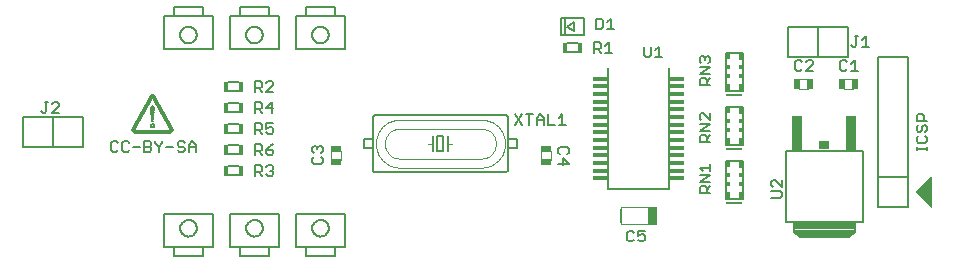
<source format=gto>
G75*
G70*
%OFA0B0*%
%FSLAX24Y24*%
%IPPOS*%
%LPD*%
%AMOC8*
5,1,8,0,0,1.08239X$1,22.5*
%
%ADD10C,0.0050*%
%ADD11R,0.0197X0.0374*%
%ADD12R,0.0197X0.0374*%
%ADD13C,0.0040*%
%ADD14C,0.0080*%
%ADD15R,0.0510X0.0140*%
%ADD16C,0.0020*%
%ADD17C,0.0060*%
%ADD18R,0.0374X0.0197*%
%ADD19R,0.0374X0.0197*%
%ADD20R,0.0079X0.0472*%
%ADD21R,0.0256X0.0591*%
%ADD22R,0.0160X0.0340*%
%ADD23C,0.0000*%
%ADD24C,0.0001*%
%ADD25R,0.0118X0.0236*%
%ADD26R,0.0118X0.0157*%
%ADD27R,0.0118X0.0197*%
%ADD28R,0.0551X0.0039*%
%ADD29R,0.0551X0.0079*%
%ADD30R,0.0039X0.0079*%
%ADD31R,0.0340X0.1140*%
%ADD32R,0.0340X0.0300*%
%ADD33C,0.0079*%
%ADD34R,0.0079X0.0551*%
%ADD35C,0.0120*%
D10*
X005334Y000431D02*
X005669Y000431D01*
X005669Y000136D01*
X006653Y000136D01*
X006653Y000431D01*
X006988Y000431D01*
X006988Y001533D01*
X005334Y001533D01*
X005334Y000431D01*
X005669Y000431D02*
X006653Y000431D01*
X007534Y000431D02*
X007869Y000431D01*
X007869Y000136D01*
X008853Y000136D01*
X008853Y000431D01*
X009188Y000431D01*
X009188Y001533D01*
X007534Y001533D01*
X007534Y000431D01*
X007869Y000431D02*
X008853Y000431D01*
X009734Y000431D02*
X010069Y000431D01*
X010069Y000136D01*
X011053Y000136D01*
X011053Y000431D01*
X011388Y000431D01*
X011388Y001533D01*
X009734Y001533D01*
X009734Y000431D01*
X010069Y000431D02*
X011053Y000431D01*
X010285Y001061D02*
X010287Y001094D01*
X010293Y001126D01*
X010302Y001157D01*
X010315Y001187D01*
X010332Y001215D01*
X010352Y001241D01*
X010375Y001265D01*
X010400Y001285D01*
X010428Y001303D01*
X010457Y001317D01*
X010488Y001327D01*
X010520Y001334D01*
X010553Y001337D01*
X010586Y001336D01*
X010618Y001331D01*
X010649Y001322D01*
X010680Y001310D01*
X010708Y001294D01*
X010735Y001275D01*
X010759Y001253D01*
X010780Y001228D01*
X010799Y001201D01*
X010814Y001172D01*
X010825Y001142D01*
X010833Y001110D01*
X010837Y001077D01*
X010837Y001045D01*
X010833Y001012D01*
X010825Y000980D01*
X010814Y000950D01*
X010799Y000921D01*
X010780Y000894D01*
X010759Y000869D01*
X010735Y000847D01*
X010708Y000828D01*
X010680Y000812D01*
X010649Y000800D01*
X010618Y000791D01*
X010586Y000786D01*
X010553Y000785D01*
X010520Y000788D01*
X010488Y000795D01*
X010457Y000805D01*
X010428Y000819D01*
X010400Y000837D01*
X010375Y000857D01*
X010352Y000881D01*
X010332Y000907D01*
X010315Y000935D01*
X010302Y000965D01*
X010293Y000996D01*
X010287Y001028D01*
X010285Y001061D01*
X008085Y001061D02*
X008087Y001094D01*
X008093Y001126D01*
X008102Y001157D01*
X008115Y001187D01*
X008132Y001215D01*
X008152Y001241D01*
X008175Y001265D01*
X008200Y001285D01*
X008228Y001303D01*
X008257Y001317D01*
X008288Y001327D01*
X008320Y001334D01*
X008353Y001337D01*
X008386Y001336D01*
X008418Y001331D01*
X008449Y001322D01*
X008480Y001310D01*
X008508Y001294D01*
X008535Y001275D01*
X008559Y001253D01*
X008580Y001228D01*
X008599Y001201D01*
X008614Y001172D01*
X008625Y001142D01*
X008633Y001110D01*
X008637Y001077D01*
X008637Y001045D01*
X008633Y001012D01*
X008625Y000980D01*
X008614Y000950D01*
X008599Y000921D01*
X008580Y000894D01*
X008559Y000869D01*
X008535Y000847D01*
X008508Y000828D01*
X008480Y000812D01*
X008449Y000800D01*
X008418Y000791D01*
X008386Y000786D01*
X008353Y000785D01*
X008320Y000788D01*
X008288Y000795D01*
X008257Y000805D01*
X008228Y000819D01*
X008200Y000837D01*
X008175Y000857D01*
X008152Y000881D01*
X008132Y000907D01*
X008115Y000935D01*
X008102Y000965D01*
X008093Y000996D01*
X008087Y001028D01*
X008085Y001061D01*
X005885Y001061D02*
X005887Y001094D01*
X005893Y001126D01*
X005902Y001157D01*
X005915Y001187D01*
X005932Y001215D01*
X005952Y001241D01*
X005975Y001265D01*
X006000Y001285D01*
X006028Y001303D01*
X006057Y001317D01*
X006088Y001327D01*
X006120Y001334D01*
X006153Y001337D01*
X006186Y001336D01*
X006218Y001331D01*
X006249Y001322D01*
X006280Y001310D01*
X006308Y001294D01*
X006335Y001275D01*
X006359Y001253D01*
X006380Y001228D01*
X006399Y001201D01*
X006414Y001172D01*
X006425Y001142D01*
X006433Y001110D01*
X006437Y001077D01*
X006437Y001045D01*
X006433Y001012D01*
X006425Y000980D01*
X006414Y000950D01*
X006399Y000921D01*
X006380Y000894D01*
X006359Y000869D01*
X006335Y000847D01*
X006308Y000828D01*
X006280Y000812D01*
X006249Y000800D01*
X006218Y000791D01*
X006186Y000786D01*
X006153Y000785D01*
X006120Y000788D01*
X006088Y000795D01*
X006057Y000805D01*
X006028Y000819D01*
X006000Y000837D01*
X005975Y000857D01*
X005952Y000881D01*
X005932Y000907D01*
X005915Y000935D01*
X005902Y000965D01*
X005893Y000996D01*
X005887Y001028D01*
X005885Y001061D01*
X008386Y002807D02*
X008386Y003157D01*
X008561Y003157D01*
X008620Y003099D01*
X008620Y002982D01*
X008561Y002924D01*
X008386Y002924D01*
X008503Y002924D02*
X008620Y002807D01*
X008755Y002866D02*
X008813Y002807D01*
X008930Y002807D01*
X008988Y002866D01*
X008988Y002924D01*
X008930Y002982D01*
X008871Y002982D01*
X008930Y002982D02*
X008988Y003041D01*
X008988Y003099D01*
X008930Y003157D01*
X008813Y003157D01*
X008755Y003099D01*
X008813Y003507D02*
X008930Y003507D01*
X008988Y003566D01*
X008988Y003624D01*
X008930Y003682D01*
X008755Y003682D01*
X008755Y003566D01*
X008813Y003507D01*
X008620Y003507D02*
X008503Y003624D01*
X008561Y003624D02*
X008386Y003624D01*
X008386Y003507D02*
X008386Y003857D01*
X008561Y003857D01*
X008620Y003799D01*
X008620Y003682D01*
X008561Y003624D01*
X008755Y003682D02*
X008871Y003799D01*
X008988Y003857D01*
X008930Y004207D02*
X008813Y004207D01*
X008755Y004266D01*
X008755Y004382D02*
X008871Y004441D01*
X008930Y004441D01*
X008988Y004382D01*
X008988Y004266D01*
X008930Y004207D01*
X008620Y004207D02*
X008503Y004324D01*
X008561Y004324D02*
X008386Y004324D01*
X008386Y004207D02*
X008386Y004557D01*
X008561Y004557D01*
X008620Y004499D01*
X008620Y004382D01*
X008561Y004324D01*
X008755Y004382D02*
X008755Y004557D01*
X008988Y004557D01*
X008930Y004907D02*
X008930Y005257D01*
X008755Y005082D01*
X008988Y005082D01*
X008620Y005082D02*
X008620Y005199D01*
X008561Y005257D01*
X008386Y005257D01*
X008386Y004907D01*
X008386Y005024D02*
X008561Y005024D01*
X008620Y005082D01*
X008503Y005024D02*
X008620Y004907D01*
X008620Y005607D02*
X008503Y005724D01*
X008561Y005724D02*
X008386Y005724D01*
X008386Y005607D02*
X008386Y005957D01*
X008561Y005957D01*
X008620Y005899D01*
X008620Y005782D01*
X008561Y005724D01*
X008755Y005607D02*
X008988Y005841D01*
X008988Y005899D01*
X008930Y005957D01*
X008813Y005957D01*
X008755Y005899D01*
X008755Y005607D02*
X008988Y005607D01*
X009188Y007031D02*
X007534Y007031D01*
X007534Y008133D01*
X007869Y008133D01*
X007869Y008429D01*
X008853Y008429D01*
X008853Y008133D01*
X007869Y008133D01*
X006988Y008133D02*
X006653Y008133D01*
X006653Y008429D01*
X005669Y008429D01*
X005669Y008133D01*
X005334Y008133D01*
X005334Y007031D01*
X006988Y007031D01*
X006988Y008133D01*
X006653Y008133D02*
X005669Y008133D01*
X005885Y007503D02*
X005887Y007536D01*
X005893Y007568D01*
X005902Y007599D01*
X005915Y007629D01*
X005932Y007657D01*
X005952Y007683D01*
X005975Y007707D01*
X006000Y007727D01*
X006028Y007745D01*
X006057Y007759D01*
X006088Y007769D01*
X006120Y007776D01*
X006153Y007779D01*
X006186Y007778D01*
X006218Y007773D01*
X006249Y007764D01*
X006280Y007752D01*
X006308Y007736D01*
X006335Y007717D01*
X006359Y007695D01*
X006380Y007670D01*
X006399Y007643D01*
X006414Y007614D01*
X006425Y007584D01*
X006433Y007552D01*
X006437Y007519D01*
X006437Y007487D01*
X006433Y007454D01*
X006425Y007422D01*
X006414Y007392D01*
X006399Y007363D01*
X006380Y007336D01*
X006359Y007311D01*
X006335Y007289D01*
X006308Y007270D01*
X006280Y007254D01*
X006249Y007242D01*
X006218Y007233D01*
X006186Y007228D01*
X006153Y007227D01*
X006120Y007230D01*
X006088Y007237D01*
X006057Y007247D01*
X006028Y007261D01*
X006000Y007279D01*
X005975Y007299D01*
X005952Y007323D01*
X005932Y007349D01*
X005915Y007377D01*
X005902Y007407D01*
X005893Y007438D01*
X005887Y007470D01*
X005885Y007503D01*
X008085Y007503D02*
X008087Y007536D01*
X008093Y007568D01*
X008102Y007599D01*
X008115Y007629D01*
X008132Y007657D01*
X008152Y007683D01*
X008175Y007707D01*
X008200Y007727D01*
X008228Y007745D01*
X008257Y007759D01*
X008288Y007769D01*
X008320Y007776D01*
X008353Y007779D01*
X008386Y007778D01*
X008418Y007773D01*
X008449Y007764D01*
X008480Y007752D01*
X008508Y007736D01*
X008535Y007717D01*
X008559Y007695D01*
X008580Y007670D01*
X008599Y007643D01*
X008614Y007614D01*
X008625Y007584D01*
X008633Y007552D01*
X008637Y007519D01*
X008637Y007487D01*
X008633Y007454D01*
X008625Y007422D01*
X008614Y007392D01*
X008599Y007363D01*
X008580Y007336D01*
X008559Y007311D01*
X008535Y007289D01*
X008508Y007270D01*
X008480Y007254D01*
X008449Y007242D01*
X008418Y007233D01*
X008386Y007228D01*
X008353Y007227D01*
X008320Y007230D01*
X008288Y007237D01*
X008257Y007247D01*
X008228Y007261D01*
X008200Y007279D01*
X008175Y007299D01*
X008152Y007323D01*
X008132Y007349D01*
X008115Y007377D01*
X008102Y007407D01*
X008093Y007438D01*
X008087Y007470D01*
X008085Y007503D01*
X009188Y007031D02*
X009188Y008133D01*
X008853Y008133D01*
X009734Y008133D02*
X009734Y007031D01*
X011388Y007031D01*
X011388Y008133D01*
X011053Y008133D01*
X011053Y008429D01*
X010069Y008429D01*
X010069Y008133D01*
X009734Y008133D01*
X010069Y008133D02*
X011053Y008133D01*
X010285Y007503D02*
X010287Y007536D01*
X010293Y007568D01*
X010302Y007599D01*
X010315Y007629D01*
X010332Y007657D01*
X010352Y007683D01*
X010375Y007707D01*
X010400Y007727D01*
X010428Y007745D01*
X010457Y007759D01*
X010488Y007769D01*
X010520Y007776D01*
X010553Y007779D01*
X010586Y007778D01*
X010618Y007773D01*
X010649Y007764D01*
X010680Y007752D01*
X010708Y007736D01*
X010735Y007717D01*
X010759Y007695D01*
X010780Y007670D01*
X010799Y007643D01*
X010814Y007614D01*
X010825Y007584D01*
X010833Y007552D01*
X010837Y007519D01*
X010837Y007487D01*
X010833Y007454D01*
X010825Y007422D01*
X010814Y007392D01*
X010799Y007363D01*
X010780Y007336D01*
X010759Y007311D01*
X010735Y007289D01*
X010708Y007270D01*
X010680Y007254D01*
X010649Y007242D01*
X010618Y007233D01*
X010586Y007228D01*
X010553Y007227D01*
X010520Y007230D01*
X010488Y007237D01*
X010457Y007247D01*
X010428Y007261D01*
X010400Y007279D01*
X010375Y007299D01*
X010352Y007323D01*
X010332Y007349D01*
X010315Y007377D01*
X010302Y007407D01*
X010293Y007438D01*
X010287Y007470D01*
X010285Y007503D01*
X005010Y005073D02*
X004961Y004630D01*
X004912Y005073D01*
X005010Y005073D01*
X005007Y005039D02*
X004916Y005039D01*
X004921Y004991D02*
X005001Y004991D01*
X004996Y004942D02*
X004927Y004942D01*
X004932Y004894D02*
X004991Y004894D01*
X004985Y004845D02*
X004937Y004845D01*
X004943Y004797D02*
X004980Y004797D01*
X004974Y004748D02*
X004948Y004748D01*
X004954Y004700D02*
X004969Y004700D01*
X004964Y004651D02*
X004959Y004651D01*
X004912Y004482D02*
X004914Y004495D01*
X004919Y004507D01*
X004928Y004518D01*
X004938Y004526D01*
X004951Y004530D01*
X004964Y004531D01*
X004977Y004528D01*
X004989Y004522D01*
X004999Y004513D01*
X005006Y004502D01*
X005010Y004489D01*
X005010Y004475D01*
X005006Y004462D01*
X004999Y004451D01*
X004989Y004442D01*
X004977Y004436D01*
X004964Y004433D01*
X004951Y004434D01*
X004938Y004438D01*
X004928Y004446D01*
X004919Y004457D01*
X004914Y004469D01*
X004912Y004482D01*
X004866Y003957D02*
X004691Y003957D01*
X004691Y003607D01*
X004866Y003607D01*
X004925Y003666D01*
X004925Y003724D01*
X004866Y003782D01*
X004691Y003782D01*
X004556Y003782D02*
X004323Y003782D01*
X004188Y003666D02*
X004130Y003607D01*
X004013Y003607D01*
X003955Y003666D01*
X003955Y003899D01*
X004013Y003957D01*
X004130Y003957D01*
X004188Y003899D01*
X003820Y003899D02*
X003761Y003957D01*
X003645Y003957D01*
X003586Y003899D01*
X003586Y003666D01*
X003645Y003607D01*
X003761Y003607D01*
X003820Y003666D01*
X004866Y003782D02*
X004925Y003841D01*
X004925Y003899D01*
X004866Y003957D01*
X005059Y003957D02*
X005059Y003899D01*
X005176Y003782D01*
X005176Y003607D01*
X005176Y003782D02*
X005293Y003899D01*
X005293Y003957D01*
X005428Y003782D02*
X005661Y003782D01*
X005796Y003841D02*
X005796Y003899D01*
X005854Y003957D01*
X005971Y003957D01*
X006030Y003899D01*
X005971Y003782D02*
X006030Y003724D01*
X006030Y003666D01*
X005971Y003607D01*
X005854Y003607D01*
X005796Y003666D01*
X005854Y003782D02*
X005971Y003782D01*
X005854Y003782D02*
X005796Y003841D01*
X006164Y003841D02*
X006281Y003957D01*
X006398Y003841D01*
X006398Y003607D01*
X006164Y003607D02*
X006164Y003841D01*
X006164Y003782D02*
X006398Y003782D01*
X005010Y005073D02*
X005008Y005086D01*
X005003Y005097D01*
X004996Y005108D01*
X004986Y005115D01*
X004974Y005120D01*
X004961Y005122D01*
X004948Y005120D01*
X004937Y005115D01*
X004926Y005108D01*
X004919Y005097D01*
X004914Y005086D01*
X004912Y005073D01*
X002661Y004782D02*
X002661Y003782D01*
X001661Y003782D01*
X001661Y004782D01*
X002661Y004782D01*
X001851Y004907D02*
X001618Y004907D01*
X001851Y005141D01*
X001851Y005199D01*
X001793Y005257D01*
X001676Y005257D01*
X001618Y005199D01*
X001483Y005257D02*
X001366Y005257D01*
X001425Y005257D02*
X001425Y004966D01*
X001366Y004907D01*
X001308Y004907D01*
X001250Y004966D01*
X001661Y004782D02*
X000661Y004782D01*
X000661Y003782D01*
X001661Y003782D01*
X010286Y003751D02*
X010286Y003634D01*
X010344Y003576D01*
X010344Y003441D02*
X010286Y003382D01*
X010286Y003266D01*
X010344Y003207D01*
X010578Y003207D01*
X010636Y003266D01*
X010636Y003382D01*
X010578Y003441D01*
X010578Y003576D02*
X010636Y003634D01*
X010636Y003751D01*
X010578Y003809D01*
X010520Y003809D01*
X010461Y003751D01*
X010461Y003692D01*
X010461Y003751D02*
X010403Y003809D01*
X010344Y003809D01*
X010286Y003751D01*
X017036Y004507D02*
X017270Y004857D01*
X017405Y004857D02*
X017638Y004857D01*
X017521Y004857D02*
X017521Y004507D01*
X017270Y004507D02*
X017036Y004857D01*
X017773Y004741D02*
X017890Y004857D01*
X018006Y004741D01*
X018006Y004507D01*
X018141Y004507D02*
X018375Y004507D01*
X018509Y004507D02*
X018743Y004507D01*
X018626Y004507D02*
X018626Y004857D01*
X018509Y004741D01*
X018141Y004857D02*
X018141Y004507D01*
X018006Y004682D02*
X017773Y004682D01*
X017773Y004741D02*
X017773Y004507D01*
X018545Y003757D02*
X018486Y003699D01*
X018486Y003582D01*
X018545Y003524D01*
X018778Y003524D02*
X018837Y003582D01*
X018837Y003699D01*
X018778Y003757D01*
X018545Y003757D01*
X018661Y003389D02*
X018661Y003155D01*
X018486Y003214D02*
X018837Y003214D01*
X018661Y003389D01*
X023199Y003073D02*
X023549Y003073D01*
X023549Y002956D02*
X023549Y003190D01*
X023315Y002956D02*
X023199Y003073D01*
X023199Y002822D02*
X023549Y002822D01*
X023199Y002588D01*
X023549Y002588D01*
X023549Y002453D02*
X023432Y002337D01*
X023432Y002395D02*
X023432Y002220D01*
X023549Y002220D02*
X023199Y002220D01*
X023199Y002395D01*
X023257Y002453D01*
X023374Y002453D01*
X023432Y002395D01*
X025586Y002304D02*
X025878Y002304D01*
X025936Y002246D01*
X025936Y002129D01*
X025878Y002071D01*
X025586Y002071D01*
X025644Y002439D02*
X025586Y002497D01*
X025586Y002614D01*
X025644Y002672D01*
X025703Y002672D01*
X025936Y002439D01*
X025936Y002672D01*
X023549Y003920D02*
X023199Y003920D01*
X023199Y004095D01*
X023257Y004153D01*
X023374Y004153D01*
X023432Y004095D01*
X023432Y003920D01*
X023432Y004037D02*
X023549Y004153D01*
X023549Y004288D02*
X023199Y004288D01*
X023549Y004522D01*
X023199Y004522D01*
X023257Y004656D02*
X023199Y004715D01*
X023199Y004832D01*
X023257Y004890D01*
X023315Y004890D01*
X023549Y004656D01*
X023549Y004890D01*
X023549Y005820D02*
X023199Y005820D01*
X023199Y005995D01*
X023257Y006053D01*
X023374Y006053D01*
X023432Y005995D01*
X023432Y005820D01*
X023432Y005937D02*
X023549Y006053D01*
X023549Y006188D02*
X023199Y006188D01*
X023549Y006422D01*
X023199Y006422D01*
X023257Y006556D02*
X023199Y006615D01*
X023199Y006732D01*
X023257Y006790D01*
X023315Y006790D01*
X023374Y006732D01*
X023432Y006790D01*
X023491Y006790D01*
X023549Y006732D01*
X023549Y006615D01*
X023491Y006556D01*
X023374Y006673D02*
X023374Y006732D01*
X021953Y006763D02*
X021719Y006763D01*
X021836Y006763D02*
X021836Y007113D01*
X021719Y006997D01*
X021584Y007113D02*
X021584Y006821D01*
X021526Y006763D01*
X021409Y006763D01*
X021351Y006821D01*
X021351Y007113D01*
X020288Y006907D02*
X020055Y006907D01*
X020171Y006907D02*
X020171Y007257D01*
X020055Y007141D01*
X019920Y007199D02*
X019920Y007082D01*
X019861Y007024D01*
X019686Y007024D01*
X019686Y006907D02*
X019686Y007257D01*
X019861Y007257D01*
X019920Y007199D01*
X019803Y007024D02*
X019920Y006907D01*
X019928Y007701D02*
X019753Y007701D01*
X019753Y008051D01*
X019928Y008051D01*
X019987Y007993D01*
X019987Y007759D01*
X019928Y007701D01*
X020121Y007701D02*
X020355Y007701D01*
X020238Y007701D02*
X020238Y008051D01*
X020121Y007934D01*
X026161Y007782D02*
X026161Y006782D01*
X027161Y006782D01*
X027161Y007782D01*
X028161Y007782D01*
X028161Y006782D01*
X027161Y006782D01*
X026988Y006599D02*
X026930Y006657D01*
X026813Y006657D01*
X026755Y006599D01*
X026620Y006599D02*
X026561Y006657D01*
X026445Y006657D01*
X026386Y006599D01*
X026386Y006366D01*
X026445Y006307D01*
X026561Y006307D01*
X026620Y006366D01*
X026755Y006307D02*
X026988Y006541D01*
X026988Y006599D01*
X026988Y006307D02*
X026755Y006307D01*
X027886Y006366D02*
X027886Y006599D01*
X027945Y006657D01*
X028061Y006657D01*
X028120Y006599D01*
X028255Y006541D02*
X028371Y006657D01*
X028371Y006307D01*
X028255Y006307D02*
X028488Y006307D01*
X028120Y006366D02*
X028061Y006307D01*
X027945Y006307D01*
X027886Y006366D01*
X029161Y006782D02*
X030161Y006782D01*
X030161Y002782D01*
X029161Y002782D01*
X029161Y006782D01*
X028851Y007107D02*
X028618Y007107D01*
X028735Y007107D02*
X028735Y007457D01*
X028618Y007341D01*
X028483Y007457D02*
X028366Y007457D01*
X028425Y007457D02*
X028425Y007166D01*
X028366Y007107D01*
X028308Y007107D01*
X028250Y007166D01*
X027161Y007782D02*
X026161Y007782D01*
X030436Y004814D02*
X030494Y004872D01*
X030611Y004872D01*
X030670Y004814D01*
X030670Y004639D01*
X030786Y004639D02*
X030436Y004639D01*
X030436Y004814D01*
X030494Y004504D02*
X030436Y004446D01*
X030436Y004329D01*
X030494Y004271D01*
X030553Y004271D01*
X030611Y004329D01*
X030611Y004446D01*
X030670Y004504D01*
X030728Y004504D01*
X030786Y004446D01*
X030786Y004329D01*
X030728Y004271D01*
X030728Y004136D02*
X030786Y004077D01*
X030786Y003961D01*
X030728Y003902D01*
X030494Y003902D01*
X030436Y003961D01*
X030436Y004077D01*
X030494Y004136D01*
X030436Y003773D02*
X030436Y003657D01*
X030436Y003715D02*
X030786Y003715D01*
X030786Y003657D02*
X030786Y003773D01*
X030161Y002782D02*
X030161Y001782D01*
X029161Y001782D01*
X029161Y002782D01*
X021381Y000974D02*
X021148Y000974D01*
X021148Y000798D01*
X021265Y000857D01*
X021323Y000857D01*
X021381Y000798D01*
X021381Y000682D01*
X021323Y000623D01*
X021206Y000623D01*
X021148Y000682D01*
X021013Y000682D02*
X020955Y000623D01*
X020838Y000623D01*
X020780Y000682D01*
X020780Y000915D01*
X020838Y000974D01*
X020955Y000974D01*
X021013Y000915D01*
D11*
X026890Y005884D03*
X028390Y005884D03*
D12*
X027930Y005884D03*
X026430Y005884D03*
D13*
X026521Y005717D02*
X026801Y005717D01*
X026801Y006052D02*
X026521Y006052D01*
X028021Y006052D02*
X028301Y006052D01*
X028301Y005717D02*
X028021Y005717D01*
X018231Y003622D02*
X018231Y003342D01*
X017896Y003342D02*
X017896Y003622D01*
X020590Y001777D02*
X021732Y001777D01*
X021732Y001187D01*
X020590Y001187D01*
X020590Y001777D01*
X011231Y003342D02*
X011231Y003622D01*
X010896Y003622D02*
X010896Y003342D01*
D14*
X020138Y002374D02*
X022185Y002374D01*
X022185Y006390D01*
X024066Y006912D02*
X024066Y005652D01*
X024657Y005652D01*
X024657Y006912D01*
X024066Y006912D01*
X020138Y006390D02*
X020138Y002374D01*
X024066Y002052D02*
X024657Y002052D01*
X024657Y003312D01*
X024066Y003312D01*
X024066Y002052D01*
X026071Y001273D02*
X028651Y001272D01*
X028651Y003632D01*
X026071Y003632D01*
X026071Y001272D01*
X026351Y001232D02*
X028371Y001232D01*
X028371Y000952D01*
X028191Y000772D01*
X026531Y000772D01*
X026351Y000952D01*
X026351Y001232D01*
X024657Y003852D02*
X024066Y003852D01*
X024066Y005112D01*
X024657Y005112D01*
X024657Y003852D01*
D15*
X022456Y003742D03*
X022456Y003486D03*
X022456Y003231D03*
X022456Y002975D03*
X022456Y002719D03*
X019866Y002719D03*
X019866Y002975D03*
X019866Y003231D03*
X019866Y003486D03*
X019866Y003742D03*
X019866Y003998D03*
X019866Y004254D03*
X019866Y004510D03*
X019866Y004766D03*
X019866Y005022D03*
X019866Y005278D03*
X019866Y005534D03*
X019866Y005790D03*
X019866Y006046D03*
X022456Y006046D03*
X022456Y005790D03*
X022456Y005534D03*
X022456Y005278D03*
X022456Y005022D03*
X022456Y004766D03*
X022456Y004510D03*
X022456Y004254D03*
X022456Y003998D03*
D16*
X016572Y004332D02*
X016602Y004284D01*
X016629Y004235D01*
X016652Y004184D01*
X016671Y004131D01*
X016687Y004077D01*
X016699Y004022D01*
X016707Y003966D01*
X016711Y003910D01*
X016711Y003854D01*
X016707Y003798D01*
X016699Y003742D01*
X016687Y003687D01*
X016671Y003633D01*
X016652Y003580D01*
X016629Y003529D01*
X016602Y003480D01*
X016572Y003432D01*
X015911Y003382D02*
X013211Y003382D01*
X013211Y003082D02*
X015911Y003082D01*
X015911Y003382D02*
X015949Y003383D01*
X015986Y003388D01*
X016023Y003395D01*
X016059Y003404D01*
X016095Y003417D01*
X016129Y003432D01*
X016129Y004332D02*
X016095Y004347D01*
X016059Y004360D01*
X016023Y004369D01*
X015986Y004376D01*
X015949Y004381D01*
X015911Y004382D01*
X013211Y004382D01*
X013211Y004682D02*
X015911Y004682D01*
X016129Y004332D02*
X016167Y004312D01*
X016203Y004288D01*
X016237Y004261D01*
X016268Y004232D01*
X016297Y004200D01*
X016323Y004166D01*
X016346Y004129D01*
X016365Y004091D01*
X016382Y004051D01*
X016394Y004010D01*
X016404Y003968D01*
X016409Y003925D01*
X016411Y003882D01*
X016409Y003839D01*
X016404Y003796D01*
X016394Y003754D01*
X016382Y003713D01*
X016365Y003673D01*
X016346Y003635D01*
X016323Y003598D01*
X016297Y003564D01*
X016268Y003532D01*
X016237Y003503D01*
X016203Y003476D01*
X016167Y003452D01*
X016129Y003432D01*
X016572Y004332D02*
X016540Y004377D01*
X016504Y004419D01*
X016465Y004459D01*
X016423Y004496D01*
X016380Y004530D01*
X016333Y004561D01*
X016285Y004589D01*
X016235Y004613D01*
X016184Y004634D01*
X016131Y004651D01*
X016077Y004665D01*
X016022Y004674D01*
X015967Y004680D01*
X015911Y004682D01*
X016572Y003432D02*
X016540Y003387D01*
X016504Y003345D01*
X016465Y003305D01*
X016424Y003268D01*
X016380Y003234D01*
X016333Y003203D01*
X016285Y003175D01*
X016235Y003151D01*
X016184Y003130D01*
X016131Y003113D01*
X016077Y003099D01*
X016022Y003090D01*
X015967Y003084D01*
X015911Y003082D01*
X014961Y003882D02*
X014811Y003882D01*
X014311Y003882D02*
X014161Y003882D01*
X013211Y004682D02*
X013155Y004680D01*
X013100Y004674D01*
X013045Y004665D01*
X012991Y004651D01*
X012938Y004634D01*
X012887Y004613D01*
X012837Y004589D01*
X012789Y004561D01*
X012742Y004530D01*
X012698Y004496D01*
X012657Y004459D01*
X012618Y004419D01*
X012582Y004377D01*
X012550Y004332D01*
X012520Y004284D01*
X012493Y004235D01*
X012470Y004184D01*
X012451Y004131D01*
X012435Y004077D01*
X012423Y004022D01*
X012415Y003966D01*
X012411Y003910D01*
X012411Y003854D01*
X012415Y003798D01*
X012423Y003742D01*
X012435Y003687D01*
X012451Y003633D01*
X012470Y003580D01*
X012493Y003529D01*
X012520Y003480D01*
X012550Y003432D01*
X012993Y003432D02*
X012955Y003452D01*
X012919Y003476D01*
X012885Y003503D01*
X012854Y003532D01*
X012825Y003564D01*
X012799Y003598D01*
X012776Y003635D01*
X012757Y003673D01*
X012740Y003713D01*
X012728Y003754D01*
X012718Y003796D01*
X012713Y003839D01*
X012711Y003882D01*
X012713Y003925D01*
X012718Y003968D01*
X012728Y004010D01*
X012740Y004051D01*
X012757Y004091D01*
X012776Y004129D01*
X012799Y004166D01*
X012825Y004200D01*
X012854Y004232D01*
X012885Y004261D01*
X012919Y004288D01*
X012955Y004312D01*
X012993Y004332D01*
X012993Y003432D02*
X013027Y003417D01*
X013063Y003404D01*
X013099Y003395D01*
X013136Y003388D01*
X013173Y003383D01*
X013211Y003382D01*
X012993Y004332D02*
X013027Y004347D01*
X013063Y004360D01*
X013099Y004369D01*
X013136Y004376D01*
X013173Y004381D01*
X013211Y004382D01*
X012550Y003432D02*
X012582Y003387D01*
X012618Y003345D01*
X012657Y003305D01*
X012699Y003268D01*
X012742Y003234D01*
X012789Y003203D01*
X012837Y003175D01*
X012887Y003151D01*
X012938Y003130D01*
X012991Y003113D01*
X013045Y003099D01*
X013100Y003090D01*
X013155Y003084D01*
X013211Y003082D01*
D17*
X012411Y002932D02*
X012394Y002934D01*
X012377Y002938D01*
X012361Y002945D01*
X012347Y002955D01*
X012334Y002968D01*
X012324Y002982D01*
X012317Y002998D01*
X012313Y003015D01*
X012311Y003032D01*
X012311Y003432D01*
X012311Y004332D01*
X012311Y004732D01*
X012313Y004749D01*
X012317Y004766D01*
X012324Y004782D01*
X012334Y004796D01*
X012347Y004809D01*
X012361Y004819D01*
X012377Y004826D01*
X012394Y004830D01*
X012411Y004832D01*
X016711Y004832D01*
X016728Y004830D01*
X016745Y004826D01*
X016761Y004819D01*
X016775Y004809D01*
X016788Y004796D01*
X016798Y004782D01*
X016805Y004766D01*
X016809Y004749D01*
X016811Y004732D01*
X016811Y004332D01*
X016811Y004032D01*
X017111Y004032D01*
X017111Y003732D01*
X016811Y003732D01*
X016811Y003432D01*
X016811Y003032D01*
X016809Y003015D01*
X016805Y002998D01*
X016798Y002982D01*
X016788Y002968D01*
X016775Y002955D01*
X016761Y002945D01*
X016745Y002938D01*
X016728Y002934D01*
X016711Y002932D01*
X012411Y002932D01*
X012311Y003732D02*
X012011Y003732D01*
X012011Y004032D01*
X012311Y004032D01*
X014311Y004132D02*
X014311Y003882D01*
X014311Y003632D01*
X014461Y003632D02*
X014661Y003632D01*
X014661Y004132D01*
X014461Y004132D01*
X014461Y003632D01*
X014811Y003632D02*
X014811Y003882D01*
X014811Y004132D01*
X016811Y004032D02*
X016811Y003732D01*
X018791Y006942D02*
X019131Y006942D01*
X019131Y007222D02*
X018791Y007222D01*
X018568Y007507D02*
X018568Y008058D01*
X019355Y008058D01*
X019355Y007507D01*
X018568Y007507D01*
X018764Y007782D02*
X019001Y007625D01*
X019001Y007940D01*
X018764Y007782D01*
X007831Y005922D02*
X007491Y005922D01*
X007491Y005642D02*
X007831Y005642D01*
X007831Y005222D02*
X007491Y005222D01*
X007491Y004942D02*
X007831Y004942D01*
X007831Y004522D02*
X007491Y004522D01*
X007491Y004242D02*
X007831Y004242D01*
X007831Y003822D02*
X007491Y003822D01*
X007491Y003542D02*
X007831Y003542D01*
X007831Y003122D02*
X007491Y003122D01*
X007491Y002842D02*
X007831Y002842D01*
D18*
X011063Y003254D03*
X018063Y003254D03*
D19*
X018063Y003714D03*
X011063Y003714D03*
D20*
X020571Y001482D03*
X021752Y001482D03*
D21*
X021604Y001482D03*
D22*
X007911Y002982D03*
X007411Y002982D03*
X007411Y003682D03*
X007911Y003682D03*
X007911Y004382D03*
X007411Y004382D03*
X007411Y005082D03*
X007911Y005082D03*
X007911Y005782D03*
X007411Y005782D03*
X018711Y007082D03*
X019211Y007082D03*
D23*
X030411Y002282D02*
X030911Y002782D01*
X030911Y001782D01*
X030411Y002282D01*
D24*
X030412Y002283D02*
X030911Y002283D01*
X030413Y002283D01*
X030413Y002284D02*
X030911Y002284D01*
X030911Y002285D02*
X030414Y002285D01*
X030415Y002286D02*
X030911Y002286D01*
X030911Y002287D02*
X030416Y002287D01*
X030417Y002288D02*
X030911Y002288D01*
X030911Y002289D02*
X030418Y002289D01*
X030419Y002290D02*
X030911Y002290D01*
X030911Y002291D02*
X030420Y002291D01*
X030421Y002292D02*
X030911Y002292D01*
X030911Y002293D02*
X030422Y002293D01*
X030423Y002294D02*
X030911Y002294D01*
X030911Y002295D02*
X030424Y002295D01*
X030425Y002296D02*
X030911Y002296D01*
X030911Y002297D02*
X030426Y002297D01*
X030427Y002298D02*
X030911Y002298D01*
X030911Y002299D02*
X030428Y002299D01*
X030429Y002300D02*
X030911Y002300D01*
X030430Y002300D01*
X030430Y002301D02*
X030911Y002301D01*
X030911Y002302D02*
X030431Y002302D01*
X030432Y002303D02*
X030911Y002303D01*
X030911Y002304D02*
X030433Y002304D01*
X030434Y002305D02*
X030911Y002305D01*
X030911Y002306D02*
X030435Y002306D01*
X030436Y002307D02*
X030911Y002307D01*
X030911Y002308D02*
X030437Y002308D01*
X030438Y002309D02*
X030911Y002309D01*
X030911Y002310D02*
X030439Y002310D01*
X030440Y002311D02*
X030911Y002311D01*
X030911Y002312D02*
X030441Y002312D01*
X030442Y002313D02*
X030911Y002313D01*
X030911Y002314D02*
X030443Y002314D01*
X030444Y002315D02*
X030911Y002315D01*
X030911Y002316D02*
X030445Y002316D01*
X030446Y002317D02*
X030911Y002317D01*
X030447Y002317D01*
X030447Y002318D02*
X030911Y002318D01*
X030911Y002319D02*
X030448Y002319D01*
X030449Y002320D02*
X030911Y002320D01*
X030911Y002321D02*
X030450Y002321D01*
X030451Y002322D02*
X030911Y002322D01*
X030911Y002323D02*
X030452Y002323D01*
X030453Y002324D02*
X030911Y002324D01*
X030911Y002325D02*
X030454Y002325D01*
X030455Y002326D02*
X030911Y002326D01*
X030911Y002327D02*
X030456Y002327D01*
X030457Y002328D02*
X030911Y002328D01*
X030911Y002329D02*
X030458Y002329D01*
X030459Y002330D02*
X030911Y002330D01*
X030911Y002331D02*
X030460Y002331D01*
X030461Y002332D02*
X030911Y002332D01*
X030911Y002333D02*
X030462Y002333D01*
X030463Y002334D02*
X030911Y002334D01*
X030464Y002334D01*
X030464Y002335D02*
X030911Y002335D01*
X030911Y002336D02*
X030465Y002336D01*
X030466Y002337D02*
X030911Y002337D01*
X030911Y002338D02*
X030467Y002338D01*
X030468Y002339D02*
X030911Y002339D01*
X030911Y002340D02*
X030469Y002340D01*
X030470Y002341D02*
X030911Y002341D01*
X030911Y002342D02*
X030471Y002342D01*
X030472Y002343D02*
X030911Y002343D01*
X030911Y002344D02*
X030473Y002344D01*
X030474Y002345D02*
X030911Y002345D01*
X030911Y002346D02*
X030475Y002346D01*
X030476Y002347D02*
X030911Y002347D01*
X030911Y002348D02*
X030477Y002348D01*
X030478Y002349D02*
X030911Y002349D01*
X030911Y002350D02*
X030479Y002350D01*
X030480Y002351D02*
X030911Y002351D01*
X030481Y002351D01*
X030481Y002352D02*
X030911Y002352D01*
X030911Y002353D02*
X030482Y002353D01*
X030483Y002354D02*
X030911Y002354D01*
X030911Y002355D02*
X030484Y002355D01*
X030485Y002356D02*
X030911Y002356D01*
X030911Y002357D02*
X030486Y002357D01*
X030487Y002358D02*
X030911Y002358D01*
X030911Y002359D02*
X030488Y002359D01*
X030489Y002360D02*
X030911Y002360D01*
X030911Y002361D02*
X030490Y002361D01*
X030491Y002362D02*
X030911Y002362D01*
X030911Y002363D02*
X030492Y002363D01*
X030493Y002364D02*
X030911Y002364D01*
X030911Y002365D02*
X030494Y002365D01*
X030495Y002366D02*
X030911Y002366D01*
X030911Y002367D02*
X030496Y002367D01*
X030497Y002368D02*
X030911Y002368D01*
X030911Y002369D02*
X030498Y002369D01*
X030499Y002369D02*
X030911Y002369D01*
X030911Y002370D02*
X030499Y002370D01*
X030500Y002371D02*
X030911Y002371D01*
X030911Y002372D02*
X030501Y002372D01*
X030502Y002373D02*
X030911Y002373D01*
X030911Y002374D02*
X030503Y002374D01*
X030504Y002375D02*
X030911Y002375D01*
X030911Y002376D02*
X030505Y002376D01*
X030506Y002377D02*
X030911Y002377D01*
X030911Y002378D02*
X030507Y002378D01*
X030508Y002379D02*
X030911Y002379D01*
X030911Y002380D02*
X030509Y002380D01*
X030510Y002381D02*
X030911Y002381D01*
X030911Y002382D02*
X030511Y002382D01*
X030512Y002383D02*
X030911Y002383D01*
X030911Y002384D02*
X030513Y002384D01*
X030514Y002385D02*
X030911Y002385D01*
X030911Y002386D02*
X030515Y002386D01*
X030516Y002386D02*
X030911Y002386D01*
X030911Y002387D02*
X030516Y002387D01*
X030517Y002388D02*
X030911Y002388D01*
X030911Y002389D02*
X030518Y002389D01*
X030519Y002390D02*
X030911Y002390D01*
X030911Y002391D02*
X030520Y002391D01*
X030521Y002392D02*
X030911Y002392D01*
X030911Y002393D02*
X030522Y002393D01*
X030523Y002394D02*
X030911Y002394D01*
X030911Y002395D02*
X030524Y002395D01*
X030525Y002396D02*
X030911Y002396D01*
X030911Y002397D02*
X030526Y002397D01*
X030527Y002398D02*
X030911Y002398D01*
X030911Y002399D02*
X030528Y002399D01*
X030529Y002400D02*
X030911Y002400D01*
X030911Y002401D02*
X030530Y002401D01*
X030531Y002402D02*
X030911Y002402D01*
X030911Y002403D02*
X030532Y002403D01*
X030533Y002403D02*
X030911Y002403D01*
X030911Y002404D02*
X030533Y002404D01*
X030534Y002405D02*
X030911Y002405D01*
X030911Y002406D02*
X030535Y002406D01*
X030536Y002407D02*
X030911Y002407D01*
X030911Y002408D02*
X030537Y002408D01*
X030538Y002409D02*
X030911Y002409D01*
X030911Y002410D02*
X030539Y002410D01*
X030540Y002411D02*
X030911Y002411D01*
X030911Y002412D02*
X030541Y002412D01*
X030542Y002413D02*
X030911Y002413D01*
X030911Y002414D02*
X030543Y002414D01*
X030544Y002415D02*
X030911Y002415D01*
X030911Y002416D02*
X030545Y002416D01*
X030546Y002417D02*
X030911Y002417D01*
X030911Y002418D02*
X030547Y002418D01*
X030548Y002419D02*
X030911Y002419D01*
X030911Y002420D02*
X030549Y002420D01*
X030550Y002420D02*
X030911Y002420D01*
X030911Y002421D02*
X030550Y002421D01*
X030551Y002422D02*
X030911Y002422D01*
X030911Y002423D02*
X030552Y002423D01*
X030553Y002424D02*
X030911Y002424D01*
X030911Y002425D02*
X030554Y002425D01*
X030555Y002426D02*
X030911Y002426D01*
X030911Y002427D02*
X030556Y002427D01*
X030557Y002428D02*
X030911Y002428D01*
X030911Y002429D02*
X030558Y002429D01*
X030559Y002430D02*
X030911Y002430D01*
X030911Y002431D02*
X030560Y002431D01*
X030561Y002432D02*
X030911Y002432D01*
X030911Y002433D02*
X030562Y002433D01*
X030563Y002434D02*
X030911Y002434D01*
X030911Y002435D02*
X030564Y002435D01*
X030565Y002436D02*
X030911Y002436D01*
X030911Y002437D02*
X030566Y002437D01*
X030567Y002437D02*
X030911Y002437D01*
X030911Y002438D02*
X030567Y002438D01*
X030568Y002439D02*
X030911Y002439D01*
X030911Y002440D02*
X030569Y002440D01*
X030570Y002441D02*
X030911Y002441D01*
X030911Y002442D02*
X030571Y002442D01*
X030572Y002443D02*
X030911Y002443D01*
X030911Y002444D02*
X030573Y002444D01*
X030574Y002445D02*
X030911Y002445D01*
X030911Y002446D02*
X030575Y002446D01*
X030576Y002447D02*
X030911Y002447D01*
X030911Y002448D02*
X030577Y002448D01*
X030578Y002449D02*
X030911Y002449D01*
X030911Y002450D02*
X030579Y002450D01*
X030580Y002451D02*
X030911Y002451D01*
X030911Y002452D02*
X030581Y002452D01*
X030582Y002453D02*
X030911Y002453D01*
X030911Y002454D02*
X030583Y002454D01*
X030584Y002454D02*
X030911Y002454D01*
X030911Y002455D02*
X030584Y002455D01*
X030585Y002456D02*
X030911Y002456D01*
X030911Y002457D02*
X030586Y002457D01*
X030587Y002458D02*
X030911Y002458D01*
X030911Y002459D02*
X030588Y002459D01*
X030589Y002460D02*
X030911Y002460D01*
X030911Y002461D02*
X030590Y002461D01*
X030591Y002462D02*
X030911Y002462D01*
X030911Y002463D02*
X030592Y002463D01*
X030593Y002464D02*
X030911Y002464D01*
X030911Y002465D02*
X030594Y002465D01*
X030595Y002466D02*
X030911Y002466D01*
X030911Y002467D02*
X030596Y002467D01*
X030597Y002468D02*
X030911Y002468D01*
X030911Y002469D02*
X030598Y002469D01*
X030599Y002470D02*
X030911Y002470D01*
X030911Y002471D02*
X030600Y002471D01*
X030601Y002471D02*
X030911Y002471D01*
X030911Y002472D02*
X030601Y002472D01*
X030602Y002473D02*
X030911Y002473D01*
X030911Y002474D02*
X030603Y002474D01*
X030604Y002475D02*
X030911Y002475D01*
X030911Y002476D02*
X030605Y002476D01*
X030606Y002477D02*
X030911Y002477D01*
X030911Y002478D02*
X030607Y002478D01*
X030608Y002479D02*
X030911Y002479D01*
X030911Y002480D02*
X030609Y002480D01*
X030610Y002481D02*
X030911Y002481D01*
X030911Y002482D02*
X030611Y002482D01*
X030612Y002483D02*
X030911Y002483D01*
X030911Y002484D02*
X030613Y002484D01*
X030614Y002485D02*
X030911Y002485D01*
X030911Y002486D02*
X030615Y002486D01*
X030616Y002487D02*
X030911Y002487D01*
X030911Y002488D02*
X030617Y002488D01*
X030618Y002489D02*
X030911Y002489D01*
X030619Y002489D01*
X030619Y002490D02*
X030911Y002490D01*
X030911Y002491D02*
X030620Y002491D01*
X030621Y002492D02*
X030911Y002492D01*
X030911Y002493D02*
X030622Y002493D01*
X030623Y002494D02*
X030911Y002494D01*
X030911Y002495D02*
X030624Y002495D01*
X030625Y002496D02*
X030911Y002496D01*
X030911Y002497D02*
X030626Y002497D01*
X030627Y002498D02*
X030911Y002498D01*
X030911Y002499D02*
X030628Y002499D01*
X030629Y002500D02*
X030911Y002500D01*
X030911Y002501D02*
X030630Y002501D01*
X030631Y002502D02*
X030911Y002502D01*
X030911Y002503D02*
X030632Y002503D01*
X030633Y002504D02*
X030911Y002504D01*
X030911Y002505D02*
X030634Y002505D01*
X030635Y002506D02*
X030911Y002506D01*
X030636Y002506D01*
X030636Y002507D02*
X030911Y002507D01*
X030911Y002508D02*
X030637Y002508D01*
X030638Y002509D02*
X030911Y002509D01*
X030911Y002510D02*
X030639Y002510D01*
X030640Y002511D02*
X030911Y002511D01*
X030911Y002512D02*
X030641Y002512D01*
X030642Y002513D02*
X030911Y002513D01*
X030911Y002514D02*
X030643Y002514D01*
X030644Y002515D02*
X030911Y002515D01*
X030911Y002516D02*
X030645Y002516D01*
X030646Y002517D02*
X030911Y002517D01*
X030911Y002518D02*
X030647Y002518D01*
X030648Y002519D02*
X030911Y002519D01*
X030911Y002520D02*
X030649Y002520D01*
X030650Y002521D02*
X030911Y002521D01*
X030911Y002522D02*
X030651Y002522D01*
X030652Y002523D02*
X030911Y002523D01*
X030653Y002523D01*
X030653Y002524D02*
X030911Y002524D01*
X030911Y002525D02*
X030654Y002525D01*
X030655Y002526D02*
X030911Y002526D01*
X030911Y002527D02*
X030656Y002527D01*
X030657Y002528D02*
X030911Y002528D01*
X030911Y002529D02*
X030658Y002529D01*
X030659Y002530D02*
X030911Y002530D01*
X030911Y002531D02*
X030660Y002531D01*
X030661Y002532D02*
X030911Y002532D01*
X030911Y002533D02*
X030662Y002533D01*
X030663Y002534D02*
X030911Y002534D01*
X030911Y002535D02*
X030664Y002535D01*
X030665Y002536D02*
X030911Y002536D01*
X030911Y002537D02*
X030666Y002537D01*
X030667Y002538D02*
X030911Y002538D01*
X030911Y002539D02*
X030668Y002539D01*
X030669Y002540D02*
X030911Y002540D01*
X030670Y002540D01*
X030670Y002541D02*
X030911Y002541D01*
X030911Y002542D02*
X030671Y002542D01*
X030672Y002543D02*
X030911Y002543D01*
X030911Y002544D02*
X030673Y002544D01*
X030674Y002545D02*
X030911Y002545D01*
X030911Y002546D02*
X030675Y002546D01*
X030676Y002547D02*
X030911Y002547D01*
X030911Y002548D02*
X030677Y002548D01*
X030678Y002549D02*
X030911Y002549D01*
X030911Y002550D02*
X030679Y002550D01*
X030680Y002551D02*
X030911Y002551D01*
X030911Y002552D02*
X030681Y002552D01*
X030682Y002553D02*
X030911Y002553D01*
X030911Y002554D02*
X030683Y002554D01*
X030684Y002555D02*
X030911Y002555D01*
X030911Y002556D02*
X030685Y002556D01*
X030686Y002557D02*
X030911Y002557D01*
X030687Y002557D01*
X030687Y002558D02*
X030911Y002558D01*
X030911Y002559D02*
X030688Y002559D01*
X030689Y002560D02*
X030911Y002560D01*
X030911Y002561D02*
X030690Y002561D01*
X030691Y002562D02*
X030911Y002562D01*
X030911Y002563D02*
X030692Y002563D01*
X030693Y002564D02*
X030911Y002564D01*
X030911Y002565D02*
X030694Y002565D01*
X030695Y002566D02*
X030911Y002566D01*
X030911Y002567D02*
X030696Y002567D01*
X030697Y002568D02*
X030911Y002568D01*
X030911Y002569D02*
X030698Y002569D01*
X030699Y002570D02*
X030911Y002570D01*
X030911Y002571D02*
X030700Y002571D01*
X030701Y002572D02*
X030911Y002572D01*
X030911Y002573D02*
X030702Y002573D01*
X030703Y002574D02*
X030911Y002574D01*
X030704Y002574D01*
X030704Y002575D02*
X030911Y002575D01*
X030911Y002576D02*
X030705Y002576D01*
X030706Y002577D02*
X030911Y002577D01*
X030911Y002578D02*
X030707Y002578D01*
X030708Y002579D02*
X030911Y002579D01*
X030911Y002580D02*
X030709Y002580D01*
X030710Y002581D02*
X030911Y002581D01*
X030911Y002582D02*
X030711Y002582D01*
X030712Y002583D02*
X030911Y002583D01*
X030911Y002584D02*
X030713Y002584D01*
X030714Y002585D02*
X030911Y002585D01*
X030911Y002586D02*
X030715Y002586D01*
X030716Y002587D02*
X030911Y002587D01*
X030911Y002588D02*
X030717Y002588D01*
X030718Y002589D02*
X030911Y002589D01*
X030911Y002590D02*
X030719Y002590D01*
X030720Y002591D02*
X030911Y002591D01*
X030721Y002591D01*
X030721Y002592D02*
X030911Y002592D01*
X030911Y002593D02*
X030722Y002593D01*
X030723Y002594D02*
X030911Y002594D01*
X030911Y002595D02*
X030724Y002595D01*
X030725Y002596D02*
X030911Y002596D01*
X030911Y002597D02*
X030726Y002597D01*
X030727Y002598D02*
X030911Y002598D01*
X030911Y002599D02*
X030728Y002599D01*
X030729Y002600D02*
X030911Y002600D01*
X030911Y002601D02*
X030730Y002601D01*
X030731Y002602D02*
X030911Y002602D01*
X030911Y002603D02*
X030732Y002603D01*
X030733Y002604D02*
X030911Y002604D01*
X030911Y002605D02*
X030734Y002605D01*
X030735Y002606D02*
X030911Y002606D01*
X030911Y002607D02*
X030736Y002607D01*
X030737Y002608D02*
X030911Y002608D01*
X030911Y002609D02*
X030738Y002609D01*
X030739Y002609D02*
X030911Y002609D01*
X030911Y002610D02*
X030739Y002610D01*
X030740Y002611D02*
X030911Y002611D01*
X030911Y002612D02*
X030741Y002612D01*
X030742Y002613D02*
X030911Y002613D01*
X030911Y002614D02*
X030743Y002614D01*
X030744Y002615D02*
X030911Y002615D01*
X030911Y002616D02*
X030745Y002616D01*
X030746Y002617D02*
X030911Y002617D01*
X030911Y002618D02*
X030747Y002618D01*
X030748Y002619D02*
X030911Y002619D01*
X030911Y002620D02*
X030749Y002620D01*
X030750Y002621D02*
X030911Y002621D01*
X030911Y002622D02*
X030751Y002622D01*
X030752Y002623D02*
X030911Y002623D01*
X030911Y002624D02*
X030753Y002624D01*
X030754Y002625D02*
X030911Y002625D01*
X030911Y002626D02*
X030755Y002626D01*
X030756Y002626D02*
X030911Y002626D01*
X030911Y002627D02*
X030756Y002627D01*
X030757Y002628D02*
X030911Y002628D01*
X030911Y002629D02*
X030758Y002629D01*
X030759Y002630D02*
X030911Y002630D01*
X030911Y002631D02*
X030760Y002631D01*
X030761Y002632D02*
X030911Y002632D01*
X030911Y002633D02*
X030762Y002633D01*
X030763Y002634D02*
X030911Y002634D01*
X030911Y002635D02*
X030764Y002635D01*
X030765Y002636D02*
X030911Y002636D01*
X030911Y002637D02*
X030766Y002637D01*
X030767Y002638D02*
X030911Y002638D01*
X030911Y002639D02*
X030768Y002639D01*
X030769Y002640D02*
X030911Y002640D01*
X030911Y002641D02*
X030770Y002641D01*
X030771Y002642D02*
X030911Y002642D01*
X030911Y002643D02*
X030772Y002643D01*
X030773Y002643D02*
X030911Y002643D01*
X030911Y002644D02*
X030773Y002644D01*
X030774Y002645D02*
X030911Y002645D01*
X030911Y002646D02*
X030775Y002646D01*
X030776Y002647D02*
X030911Y002647D01*
X030911Y002648D02*
X030777Y002648D01*
X030778Y002649D02*
X030911Y002649D01*
X030911Y002650D02*
X030779Y002650D01*
X030780Y002651D02*
X030911Y002651D01*
X030911Y002652D02*
X030781Y002652D01*
X030782Y002653D02*
X030911Y002653D01*
X030911Y002654D02*
X030783Y002654D01*
X030784Y002655D02*
X030911Y002655D01*
X030911Y002656D02*
X030785Y002656D01*
X030786Y002657D02*
X030911Y002657D01*
X030911Y002658D02*
X030787Y002658D01*
X030788Y002659D02*
X030911Y002659D01*
X030911Y002660D02*
X030789Y002660D01*
X030790Y002660D02*
X030911Y002660D01*
X030911Y002661D02*
X030790Y002661D01*
X030791Y002662D02*
X030911Y002662D01*
X030911Y002663D02*
X030792Y002663D01*
X030793Y002664D02*
X030911Y002664D01*
X030911Y002665D02*
X030794Y002665D01*
X030795Y002666D02*
X030911Y002666D01*
X030911Y002667D02*
X030796Y002667D01*
X030797Y002668D02*
X030911Y002668D01*
X030911Y002669D02*
X030798Y002669D01*
X030799Y002670D02*
X030911Y002670D01*
X030911Y002671D02*
X030800Y002671D01*
X030801Y002672D02*
X030911Y002672D01*
X030911Y002673D02*
X030802Y002673D01*
X030803Y002674D02*
X030911Y002674D01*
X030911Y002675D02*
X030804Y002675D01*
X030805Y002676D02*
X030911Y002676D01*
X030911Y002677D02*
X030806Y002677D01*
X030807Y002677D02*
X030911Y002677D01*
X030911Y002678D02*
X030807Y002678D01*
X030808Y002679D02*
X030911Y002679D01*
X030911Y002680D02*
X030809Y002680D01*
X030810Y002681D02*
X030911Y002681D01*
X030911Y002682D02*
X030811Y002682D01*
X030812Y002683D02*
X030911Y002683D01*
X030911Y002684D02*
X030813Y002684D01*
X030814Y002685D02*
X030911Y002685D01*
X030911Y002686D02*
X030815Y002686D01*
X030816Y002687D02*
X030911Y002687D01*
X030911Y002688D02*
X030817Y002688D01*
X030818Y002689D02*
X030911Y002689D01*
X030911Y002690D02*
X030819Y002690D01*
X030820Y002691D02*
X030911Y002691D01*
X030911Y002692D02*
X030821Y002692D01*
X030822Y002693D02*
X030911Y002693D01*
X030911Y002694D02*
X030823Y002694D01*
X030824Y002694D02*
X030911Y002694D01*
X030911Y002695D02*
X030824Y002695D01*
X030825Y002696D02*
X030911Y002696D01*
X030911Y002697D02*
X030826Y002697D01*
X030827Y002698D02*
X030911Y002698D01*
X030911Y002699D02*
X030828Y002699D01*
X030829Y002700D02*
X030911Y002700D01*
X030911Y002701D02*
X030830Y002701D01*
X030831Y002702D02*
X030911Y002702D01*
X030911Y002703D02*
X030832Y002703D01*
X030833Y002704D02*
X030911Y002704D01*
X030911Y002705D02*
X030834Y002705D01*
X030835Y002706D02*
X030911Y002706D01*
X030911Y002707D02*
X030836Y002707D01*
X030837Y002708D02*
X030911Y002708D01*
X030911Y002709D02*
X030838Y002709D01*
X030839Y002710D02*
X030911Y002710D01*
X030911Y002711D02*
X030840Y002711D01*
X030841Y002711D02*
X030911Y002711D01*
X030911Y002712D02*
X030841Y002712D01*
X030842Y002713D02*
X030911Y002713D01*
X030911Y002714D02*
X030843Y002714D01*
X030844Y002715D02*
X030911Y002715D01*
X030911Y002716D02*
X030845Y002716D01*
X030846Y002717D02*
X030911Y002717D01*
X030911Y002718D02*
X030847Y002718D01*
X030848Y002719D02*
X030911Y002719D01*
X030911Y002720D02*
X030849Y002720D01*
X030850Y002721D02*
X030911Y002721D01*
X030911Y002722D02*
X030851Y002722D01*
X030852Y002723D02*
X030911Y002723D01*
X030911Y002724D02*
X030853Y002724D01*
X030854Y002725D02*
X030911Y002725D01*
X030911Y002726D02*
X030855Y002726D01*
X030856Y002727D02*
X030911Y002727D01*
X030911Y002728D02*
X030857Y002728D01*
X030858Y002729D02*
X030911Y002729D01*
X030859Y002729D01*
X030859Y002730D02*
X030911Y002730D01*
X030911Y002731D02*
X030860Y002731D01*
X030861Y002732D02*
X030911Y002732D01*
X030911Y002733D02*
X030862Y002733D01*
X030863Y002734D02*
X030911Y002734D01*
X030911Y002735D02*
X030864Y002735D01*
X030865Y002736D02*
X030911Y002736D01*
X030911Y002737D02*
X030866Y002737D01*
X030867Y002738D02*
X030911Y002738D01*
X030911Y002739D02*
X030868Y002739D01*
X030869Y002740D02*
X030911Y002740D01*
X030911Y002741D02*
X030870Y002741D01*
X030871Y002742D02*
X030911Y002742D01*
X030911Y002743D02*
X030872Y002743D01*
X030873Y002744D02*
X030911Y002744D01*
X030911Y002745D02*
X030874Y002745D01*
X030875Y002746D02*
X030911Y002746D01*
X030876Y002746D01*
X030876Y002747D02*
X030911Y002747D01*
X030911Y002748D02*
X030877Y002748D01*
X030878Y002749D02*
X030911Y002749D01*
X030911Y002750D02*
X030879Y002750D01*
X030880Y002751D02*
X030911Y002751D01*
X030911Y002752D02*
X030881Y002752D01*
X030882Y002753D02*
X030911Y002753D01*
X030911Y002754D02*
X030883Y002754D01*
X030884Y002755D02*
X030911Y002755D01*
X030911Y002756D02*
X030885Y002756D01*
X030886Y002757D02*
X030911Y002757D01*
X030911Y002758D02*
X030887Y002758D01*
X030888Y002759D02*
X030911Y002759D01*
X030911Y002760D02*
X030889Y002760D01*
X030890Y002761D02*
X030911Y002761D01*
X030911Y002762D02*
X030891Y002762D01*
X030892Y002763D02*
X030911Y002763D01*
X030893Y002763D01*
X030893Y002764D02*
X030911Y002764D01*
X030911Y002765D02*
X030894Y002765D01*
X030895Y002766D02*
X030911Y002766D01*
X030911Y002767D02*
X030896Y002767D01*
X030897Y002768D02*
X030911Y002768D01*
X030911Y002769D02*
X030898Y002769D01*
X030899Y002770D02*
X030911Y002770D01*
X030911Y002771D02*
X030900Y002771D01*
X030901Y002772D02*
X030911Y002772D01*
X030911Y002773D02*
X030902Y002773D01*
X030903Y002774D02*
X030911Y002774D01*
X030911Y002775D02*
X030904Y002775D01*
X030905Y002776D02*
X030911Y002776D01*
X030911Y002777D02*
X030906Y002777D01*
X030907Y002778D02*
X030911Y002778D01*
X030911Y002779D02*
X030908Y002779D01*
X030909Y002780D02*
X030911Y002780D01*
X030910Y002780D01*
X030910Y002781D02*
X030911Y002781D01*
X030911Y002282D02*
X030412Y002282D01*
X030413Y002281D02*
X030911Y002281D01*
X030911Y002280D02*
X030414Y002280D01*
X030415Y002279D02*
X030911Y002279D01*
X030911Y002278D02*
X030416Y002278D01*
X030417Y002277D02*
X030911Y002277D01*
X030911Y002276D02*
X030418Y002276D01*
X030419Y002275D02*
X030911Y002275D01*
X030911Y002274D02*
X030419Y002274D01*
X030420Y002273D02*
X030911Y002273D01*
X030911Y002272D02*
X030421Y002272D01*
X030422Y002271D02*
X030911Y002271D01*
X030911Y002270D02*
X030423Y002270D01*
X030424Y002269D02*
X030911Y002269D01*
X030911Y002268D02*
X030425Y002268D01*
X030426Y002267D02*
X030911Y002267D01*
X030911Y002266D02*
X030427Y002266D01*
X030428Y002266D02*
X030911Y002266D01*
X030911Y002265D02*
X030429Y002265D01*
X030430Y002264D02*
X030911Y002264D01*
X030911Y002263D02*
X030431Y002263D01*
X030432Y002262D02*
X030911Y002262D01*
X030911Y002261D02*
X030433Y002261D01*
X030434Y002260D02*
X030911Y002260D01*
X030911Y002259D02*
X030435Y002259D01*
X030436Y002258D02*
X030911Y002258D01*
X030911Y002257D02*
X030436Y002257D01*
X030437Y002256D02*
X030911Y002256D01*
X030911Y002255D02*
X030438Y002255D01*
X030439Y002254D02*
X030911Y002254D01*
X030911Y002253D02*
X030440Y002253D01*
X030441Y002252D02*
X030911Y002252D01*
X030911Y002251D02*
X030442Y002251D01*
X030443Y002250D02*
X030911Y002250D01*
X030911Y002249D02*
X030444Y002249D01*
X030445Y002249D02*
X030911Y002249D01*
X030911Y002248D02*
X030446Y002248D01*
X030447Y002247D02*
X030911Y002247D01*
X030911Y002246D02*
X030448Y002246D01*
X030449Y002245D02*
X030911Y002245D01*
X030911Y002244D02*
X030450Y002244D01*
X030451Y002243D02*
X030911Y002243D01*
X030911Y002242D02*
X030452Y002242D01*
X030453Y002241D02*
X030911Y002241D01*
X030911Y002240D02*
X030453Y002240D01*
X030454Y002239D02*
X030911Y002239D01*
X030911Y002238D02*
X030455Y002238D01*
X030456Y002237D02*
X030911Y002237D01*
X030911Y002236D02*
X030457Y002236D01*
X030458Y002235D02*
X030911Y002235D01*
X030911Y002234D02*
X030459Y002234D01*
X030460Y002233D02*
X030911Y002233D01*
X030911Y002232D02*
X030461Y002232D01*
X030462Y002231D02*
X030911Y002231D01*
X030463Y002231D01*
X030464Y002230D02*
X030911Y002230D01*
X030911Y002229D02*
X030465Y002229D01*
X030466Y002228D02*
X030911Y002228D01*
X030911Y002227D02*
X030467Y002227D01*
X030468Y002226D02*
X030911Y002226D01*
X030911Y002225D02*
X030469Y002225D01*
X030470Y002224D02*
X030911Y002224D01*
X030911Y002223D02*
X030470Y002223D01*
X030471Y002222D02*
X030911Y002222D01*
X030911Y002221D02*
X030472Y002221D01*
X030473Y002220D02*
X030911Y002220D01*
X030911Y002219D02*
X030474Y002219D01*
X030475Y002218D02*
X030911Y002218D01*
X030911Y002217D02*
X030476Y002217D01*
X030477Y002216D02*
X030911Y002216D01*
X030911Y002215D02*
X030478Y002215D01*
X030479Y002214D02*
X030911Y002214D01*
X030480Y002214D01*
X030481Y002213D02*
X030911Y002213D01*
X030911Y002212D02*
X030482Y002212D01*
X030483Y002211D02*
X030911Y002211D01*
X030911Y002210D02*
X030484Y002210D01*
X030485Y002209D02*
X030911Y002209D01*
X030911Y002208D02*
X030486Y002208D01*
X030487Y002207D02*
X030911Y002207D01*
X030911Y002206D02*
X030487Y002206D01*
X030488Y002205D02*
X030911Y002205D01*
X030911Y002204D02*
X030489Y002204D01*
X030490Y002203D02*
X030911Y002203D01*
X030911Y002202D02*
X030491Y002202D01*
X030492Y002201D02*
X030911Y002201D01*
X030911Y002200D02*
X030493Y002200D01*
X030494Y002199D02*
X030911Y002199D01*
X030911Y002198D02*
X030495Y002198D01*
X030496Y002197D02*
X030911Y002197D01*
X030497Y002197D01*
X030498Y002196D02*
X030911Y002196D01*
X030911Y002195D02*
X030499Y002195D01*
X030500Y002194D02*
X030911Y002194D01*
X030911Y002193D02*
X030501Y002193D01*
X030502Y002192D02*
X030911Y002192D01*
X030911Y002191D02*
X030503Y002191D01*
X030504Y002190D02*
X030911Y002190D01*
X030911Y002189D02*
X030504Y002189D01*
X030505Y002188D02*
X030911Y002188D01*
X030911Y002187D02*
X030506Y002187D01*
X030507Y002186D02*
X030911Y002186D01*
X030911Y002185D02*
X030508Y002185D01*
X030509Y002184D02*
X030911Y002184D01*
X030911Y002183D02*
X030510Y002183D01*
X030511Y002182D02*
X030911Y002182D01*
X030911Y002181D02*
X030512Y002181D01*
X030513Y002180D02*
X030911Y002180D01*
X030514Y002180D01*
X030515Y002179D02*
X030911Y002179D01*
X030911Y002178D02*
X030516Y002178D01*
X030517Y002177D02*
X030911Y002177D01*
X030911Y002176D02*
X030518Y002176D01*
X030519Y002175D02*
X030911Y002175D01*
X030911Y002174D02*
X030520Y002174D01*
X030521Y002173D02*
X030911Y002173D01*
X030911Y002172D02*
X030521Y002172D01*
X030522Y002171D02*
X030911Y002171D01*
X030911Y002170D02*
X030523Y002170D01*
X030524Y002169D02*
X030911Y002169D01*
X030911Y002168D02*
X030525Y002168D01*
X030526Y002167D02*
X030911Y002167D01*
X030911Y002166D02*
X030527Y002166D01*
X030528Y002165D02*
X030911Y002165D01*
X030911Y002164D02*
X030529Y002164D01*
X030530Y002163D02*
X030911Y002163D01*
X030531Y002163D01*
X030532Y002162D02*
X030911Y002162D01*
X030911Y002161D02*
X030533Y002161D01*
X030534Y002160D02*
X030911Y002160D01*
X030911Y002159D02*
X030535Y002159D01*
X030536Y002158D02*
X030911Y002158D01*
X030911Y002157D02*
X030537Y002157D01*
X030538Y002156D02*
X030911Y002156D01*
X030911Y002155D02*
X030539Y002155D01*
X030539Y002154D02*
X030911Y002154D01*
X030911Y002153D02*
X030540Y002153D01*
X030541Y002152D02*
X030911Y002152D01*
X030911Y002151D02*
X030542Y002151D01*
X030543Y002150D02*
X030911Y002150D01*
X030911Y002149D02*
X030544Y002149D01*
X030545Y002148D02*
X030911Y002148D01*
X030911Y002147D02*
X030546Y002147D01*
X030547Y002146D02*
X030911Y002146D01*
X030548Y002146D01*
X030549Y002145D02*
X030911Y002145D01*
X030911Y002144D02*
X030550Y002144D01*
X030551Y002143D02*
X030911Y002143D01*
X030911Y002142D02*
X030552Y002142D01*
X030553Y002141D02*
X030911Y002141D01*
X030911Y002140D02*
X030554Y002140D01*
X030555Y002139D02*
X030911Y002139D01*
X030911Y002138D02*
X030556Y002138D01*
X030556Y002137D02*
X030911Y002137D01*
X030911Y002136D02*
X030557Y002136D01*
X030558Y002135D02*
X030911Y002135D01*
X030911Y002134D02*
X030559Y002134D01*
X030560Y002133D02*
X030911Y002133D01*
X030911Y002132D02*
X030561Y002132D01*
X030562Y002131D02*
X030911Y002131D01*
X030911Y002130D02*
X030563Y002130D01*
X030564Y002129D02*
X030911Y002129D01*
X030565Y002129D01*
X030566Y002128D02*
X030911Y002128D01*
X030911Y002127D02*
X030567Y002127D01*
X030568Y002126D02*
X030911Y002126D01*
X030911Y002125D02*
X030569Y002125D01*
X030570Y002124D02*
X030911Y002124D01*
X030911Y002123D02*
X030571Y002123D01*
X030572Y002122D02*
X030911Y002122D01*
X030911Y002121D02*
X030573Y002121D01*
X030573Y002120D02*
X030911Y002120D01*
X030911Y002119D02*
X030574Y002119D01*
X030575Y002118D02*
X030911Y002118D01*
X030911Y002117D02*
X030576Y002117D01*
X030577Y002116D02*
X030911Y002116D01*
X030911Y002115D02*
X030578Y002115D01*
X030579Y002114D02*
X030911Y002114D01*
X030911Y002113D02*
X030580Y002113D01*
X030581Y002112D02*
X030911Y002112D01*
X030911Y002111D02*
X030582Y002111D01*
X030583Y002111D02*
X030911Y002111D01*
X030911Y002110D02*
X030584Y002110D01*
X030585Y002109D02*
X030911Y002109D01*
X030911Y002108D02*
X030586Y002108D01*
X030587Y002107D02*
X030911Y002107D01*
X030911Y002106D02*
X030588Y002106D01*
X030589Y002105D02*
X030911Y002105D01*
X030911Y002104D02*
X030590Y002104D01*
X030590Y002103D02*
X030911Y002103D01*
X030911Y002102D02*
X030591Y002102D01*
X030592Y002101D02*
X030911Y002101D01*
X030911Y002100D02*
X030593Y002100D01*
X030594Y002099D02*
X030911Y002099D01*
X030911Y002098D02*
X030595Y002098D01*
X030596Y002097D02*
X030911Y002097D01*
X030911Y002096D02*
X030597Y002096D01*
X030598Y002095D02*
X030911Y002095D01*
X030911Y002094D02*
X030599Y002094D01*
X030600Y002094D02*
X030911Y002094D01*
X030911Y002093D02*
X030601Y002093D01*
X030602Y002092D02*
X030911Y002092D01*
X030911Y002091D02*
X030603Y002091D01*
X030604Y002090D02*
X030911Y002090D01*
X030911Y002089D02*
X030605Y002089D01*
X030606Y002088D02*
X030911Y002088D01*
X030911Y002087D02*
X030607Y002087D01*
X030607Y002086D02*
X030911Y002086D01*
X030911Y002085D02*
X030608Y002085D01*
X030609Y002084D02*
X030911Y002084D01*
X030911Y002083D02*
X030610Y002083D01*
X030611Y002082D02*
X030911Y002082D01*
X030911Y002081D02*
X030612Y002081D01*
X030613Y002080D02*
X030911Y002080D01*
X030911Y002079D02*
X030614Y002079D01*
X030615Y002078D02*
X030911Y002078D01*
X030911Y002077D02*
X030616Y002077D01*
X030617Y002077D02*
X030911Y002077D01*
X030911Y002076D02*
X030618Y002076D01*
X030619Y002075D02*
X030911Y002075D01*
X030911Y002074D02*
X030620Y002074D01*
X030621Y002073D02*
X030911Y002073D01*
X030911Y002072D02*
X030622Y002072D01*
X030623Y002071D02*
X030911Y002071D01*
X030911Y002070D02*
X030624Y002070D01*
X030624Y002069D02*
X030911Y002069D01*
X030911Y002068D02*
X030625Y002068D01*
X030626Y002067D02*
X030911Y002067D01*
X030911Y002066D02*
X030627Y002066D01*
X030628Y002065D02*
X030911Y002065D01*
X030911Y002064D02*
X030629Y002064D01*
X030630Y002063D02*
X030911Y002063D01*
X030911Y002062D02*
X030631Y002062D01*
X030632Y002061D02*
X030911Y002061D01*
X030911Y002060D02*
X030633Y002060D01*
X030634Y002060D02*
X030911Y002060D01*
X030911Y002059D02*
X030635Y002059D01*
X030636Y002058D02*
X030911Y002058D01*
X030911Y002057D02*
X030637Y002057D01*
X030638Y002056D02*
X030911Y002056D01*
X030911Y002055D02*
X030639Y002055D01*
X030640Y002054D02*
X030911Y002054D01*
X030911Y002053D02*
X030641Y002053D01*
X030641Y002052D02*
X030911Y002052D01*
X030911Y002051D02*
X030642Y002051D01*
X030643Y002050D02*
X030911Y002050D01*
X030911Y002049D02*
X030644Y002049D01*
X030645Y002048D02*
X030911Y002048D01*
X030911Y002047D02*
X030646Y002047D01*
X030647Y002046D02*
X030911Y002046D01*
X030911Y002045D02*
X030648Y002045D01*
X030649Y002044D02*
X030911Y002044D01*
X030911Y002043D02*
X030650Y002043D01*
X030651Y002043D02*
X030911Y002043D01*
X030911Y002042D02*
X030652Y002042D01*
X030653Y002041D02*
X030911Y002041D01*
X030911Y002040D02*
X030654Y002040D01*
X030655Y002039D02*
X030911Y002039D01*
X030911Y002038D02*
X030656Y002038D01*
X030657Y002037D02*
X030911Y002037D01*
X030911Y002036D02*
X030658Y002036D01*
X030659Y002035D02*
X030911Y002035D01*
X030911Y002034D02*
X030659Y002034D01*
X030660Y002033D02*
X030911Y002033D01*
X030911Y002032D02*
X030661Y002032D01*
X030662Y002031D02*
X030911Y002031D01*
X030911Y002030D02*
X030663Y002030D01*
X030664Y002029D02*
X030911Y002029D01*
X030911Y002028D02*
X030665Y002028D01*
X030666Y002027D02*
X030911Y002027D01*
X030911Y002026D02*
X030667Y002026D01*
X030668Y002026D02*
X030911Y002026D01*
X030911Y002025D02*
X030669Y002025D01*
X030670Y002024D02*
X030911Y002024D01*
X030911Y002023D02*
X030671Y002023D01*
X030672Y002022D02*
X030911Y002022D01*
X030911Y002021D02*
X030673Y002021D01*
X030674Y002020D02*
X030911Y002020D01*
X030911Y002019D02*
X030675Y002019D01*
X030676Y002018D02*
X030911Y002018D01*
X030911Y002017D02*
X030676Y002017D01*
X030677Y002016D02*
X030911Y002016D01*
X030911Y002015D02*
X030678Y002015D01*
X030679Y002014D02*
X030911Y002014D01*
X030911Y002013D02*
X030680Y002013D01*
X030681Y002012D02*
X030911Y002012D01*
X030911Y002011D02*
X030682Y002011D01*
X030683Y002010D02*
X030911Y002010D01*
X030911Y002009D02*
X030684Y002009D01*
X030685Y002009D02*
X030911Y002009D01*
X030911Y002008D02*
X030686Y002008D01*
X030687Y002007D02*
X030911Y002007D01*
X030911Y002006D02*
X030688Y002006D01*
X030689Y002005D02*
X030911Y002005D01*
X030911Y002004D02*
X030690Y002004D01*
X030691Y002003D02*
X030911Y002003D01*
X030911Y002002D02*
X030692Y002002D01*
X030693Y002001D02*
X030911Y002001D01*
X030911Y002000D02*
X030693Y002000D01*
X030694Y001999D02*
X030911Y001999D01*
X030911Y001998D02*
X030695Y001998D01*
X030696Y001997D02*
X030911Y001997D01*
X030911Y001996D02*
X030697Y001996D01*
X030698Y001995D02*
X030911Y001995D01*
X030911Y001994D02*
X030699Y001994D01*
X030700Y001993D02*
X030911Y001993D01*
X030911Y001992D02*
X030701Y001992D01*
X030702Y001991D02*
X030911Y001991D01*
X030703Y001991D01*
X030704Y001990D02*
X030911Y001990D01*
X030911Y001989D02*
X030705Y001989D01*
X030706Y001988D02*
X030911Y001988D01*
X030911Y001987D02*
X030707Y001987D01*
X030708Y001986D02*
X030911Y001986D01*
X030911Y001985D02*
X030709Y001985D01*
X030710Y001984D02*
X030911Y001984D01*
X030911Y001983D02*
X030710Y001983D01*
X030711Y001982D02*
X030911Y001982D01*
X030911Y001981D02*
X030712Y001981D01*
X030713Y001980D02*
X030911Y001980D01*
X030911Y001979D02*
X030714Y001979D01*
X030715Y001978D02*
X030911Y001978D01*
X030911Y001977D02*
X030716Y001977D01*
X030717Y001976D02*
X030911Y001976D01*
X030911Y001975D02*
X030718Y001975D01*
X030719Y001974D02*
X030911Y001974D01*
X030720Y001974D01*
X030721Y001973D02*
X030911Y001973D01*
X030911Y001972D02*
X030722Y001972D01*
X030723Y001971D02*
X030911Y001971D01*
X030911Y001970D02*
X030724Y001970D01*
X030725Y001969D02*
X030911Y001969D01*
X030911Y001968D02*
X030726Y001968D01*
X030727Y001967D02*
X030911Y001967D01*
X030911Y001966D02*
X030727Y001966D01*
X030728Y001965D02*
X030911Y001965D01*
X030911Y001964D02*
X030729Y001964D01*
X030730Y001963D02*
X030911Y001963D01*
X030911Y001962D02*
X030731Y001962D01*
X030732Y001961D02*
X030911Y001961D01*
X030911Y001960D02*
X030733Y001960D01*
X030734Y001959D02*
X030911Y001959D01*
X030911Y001958D02*
X030735Y001958D01*
X030736Y001957D02*
X030911Y001957D01*
X030737Y001957D01*
X030738Y001956D02*
X030911Y001956D01*
X030911Y001955D02*
X030739Y001955D01*
X030740Y001954D02*
X030911Y001954D01*
X030911Y001953D02*
X030741Y001953D01*
X030742Y001952D02*
X030911Y001952D01*
X030911Y001951D02*
X030743Y001951D01*
X030744Y001950D02*
X030911Y001950D01*
X030911Y001949D02*
X030744Y001949D01*
X030745Y001948D02*
X030911Y001948D01*
X030911Y001947D02*
X030746Y001947D01*
X030747Y001946D02*
X030911Y001946D01*
X030911Y001945D02*
X030748Y001945D01*
X030749Y001944D02*
X030911Y001944D01*
X030911Y001943D02*
X030750Y001943D01*
X030751Y001942D02*
X030911Y001942D01*
X030911Y001941D02*
X030752Y001941D01*
X030753Y001940D02*
X030911Y001940D01*
X030754Y001940D01*
X030755Y001939D02*
X030911Y001939D01*
X030911Y001938D02*
X030756Y001938D01*
X030757Y001937D02*
X030911Y001937D01*
X030911Y001936D02*
X030758Y001936D01*
X030759Y001935D02*
X030911Y001935D01*
X030911Y001934D02*
X030760Y001934D01*
X030761Y001933D02*
X030911Y001933D01*
X030911Y001932D02*
X030761Y001932D01*
X030762Y001931D02*
X030911Y001931D01*
X030911Y001930D02*
X030763Y001930D01*
X030764Y001929D02*
X030911Y001929D01*
X030911Y001928D02*
X030765Y001928D01*
X030766Y001927D02*
X030911Y001927D01*
X030911Y001926D02*
X030767Y001926D01*
X030768Y001925D02*
X030911Y001925D01*
X030911Y001924D02*
X030769Y001924D01*
X030770Y001923D02*
X030911Y001923D01*
X030771Y001923D01*
X030772Y001922D02*
X030911Y001922D01*
X030911Y001921D02*
X030773Y001921D01*
X030774Y001920D02*
X030911Y001920D01*
X030911Y001919D02*
X030775Y001919D01*
X030776Y001918D02*
X030911Y001918D01*
X030911Y001917D02*
X030777Y001917D01*
X030778Y001916D02*
X030911Y001916D01*
X030911Y001915D02*
X030779Y001915D01*
X030779Y001914D02*
X030911Y001914D01*
X030911Y001913D02*
X030780Y001913D01*
X030781Y001912D02*
X030911Y001912D01*
X030911Y001911D02*
X030782Y001911D01*
X030783Y001910D02*
X030911Y001910D01*
X030911Y001909D02*
X030784Y001909D01*
X030785Y001908D02*
X030911Y001908D01*
X030911Y001907D02*
X030786Y001907D01*
X030787Y001906D02*
X030911Y001906D01*
X030788Y001906D01*
X030789Y001905D02*
X030911Y001905D01*
X030911Y001904D02*
X030790Y001904D01*
X030791Y001903D02*
X030911Y001903D01*
X030911Y001902D02*
X030792Y001902D01*
X030793Y001901D02*
X030911Y001901D01*
X030911Y001900D02*
X030794Y001900D01*
X030795Y001899D02*
X030911Y001899D01*
X030911Y001898D02*
X030796Y001898D01*
X030796Y001897D02*
X030911Y001897D01*
X030911Y001896D02*
X030797Y001896D01*
X030798Y001895D02*
X030911Y001895D01*
X030911Y001894D02*
X030799Y001894D01*
X030800Y001893D02*
X030911Y001893D01*
X030911Y001892D02*
X030801Y001892D01*
X030802Y001891D02*
X030911Y001891D01*
X030911Y001890D02*
X030803Y001890D01*
X030804Y001889D02*
X030911Y001889D01*
X030805Y001889D01*
X030806Y001888D02*
X030911Y001888D01*
X030911Y001887D02*
X030807Y001887D01*
X030808Y001886D02*
X030911Y001886D01*
X030911Y001885D02*
X030809Y001885D01*
X030810Y001884D02*
X030911Y001884D01*
X030911Y001883D02*
X030811Y001883D01*
X030812Y001882D02*
X030911Y001882D01*
X030911Y001881D02*
X030813Y001881D01*
X030813Y001880D02*
X030911Y001880D01*
X030911Y001879D02*
X030814Y001879D01*
X030815Y001878D02*
X030911Y001878D01*
X030911Y001877D02*
X030816Y001877D01*
X030817Y001876D02*
X030911Y001876D01*
X030911Y001875D02*
X030818Y001875D01*
X030819Y001874D02*
X030911Y001874D01*
X030911Y001873D02*
X030820Y001873D01*
X030821Y001872D02*
X030911Y001872D01*
X030911Y001871D02*
X030822Y001871D01*
X030823Y001871D02*
X030911Y001871D01*
X030911Y001870D02*
X030824Y001870D01*
X030825Y001869D02*
X030911Y001869D01*
X030911Y001868D02*
X030826Y001868D01*
X030827Y001867D02*
X030911Y001867D01*
X030911Y001866D02*
X030828Y001866D01*
X030829Y001865D02*
X030911Y001865D01*
X030911Y001864D02*
X030830Y001864D01*
X030830Y001863D02*
X030911Y001863D01*
X030911Y001862D02*
X030831Y001862D01*
X030832Y001861D02*
X030911Y001861D01*
X030911Y001860D02*
X030833Y001860D01*
X030834Y001859D02*
X030911Y001859D01*
X030911Y001858D02*
X030835Y001858D01*
X030836Y001857D02*
X030911Y001857D01*
X030911Y001856D02*
X030837Y001856D01*
X030838Y001855D02*
X030911Y001855D01*
X030911Y001854D02*
X030839Y001854D01*
X030840Y001854D02*
X030911Y001854D01*
X030911Y001853D02*
X030841Y001853D01*
X030842Y001852D02*
X030911Y001852D01*
X030911Y001851D02*
X030843Y001851D01*
X030844Y001850D02*
X030911Y001850D01*
X030911Y001849D02*
X030845Y001849D01*
X030846Y001848D02*
X030911Y001848D01*
X030911Y001847D02*
X030847Y001847D01*
X030847Y001846D02*
X030911Y001846D01*
X030911Y001845D02*
X030848Y001845D01*
X030849Y001844D02*
X030911Y001844D01*
X030911Y001843D02*
X030850Y001843D01*
X030851Y001842D02*
X030911Y001842D01*
X030911Y001841D02*
X030852Y001841D01*
X030853Y001840D02*
X030911Y001840D01*
X030911Y001839D02*
X030854Y001839D01*
X030855Y001838D02*
X030911Y001838D01*
X030911Y001837D02*
X030856Y001837D01*
X030857Y001837D02*
X030911Y001837D01*
X030911Y001836D02*
X030858Y001836D01*
X030859Y001835D02*
X030911Y001835D01*
X030911Y001834D02*
X030860Y001834D01*
X030861Y001833D02*
X030911Y001833D01*
X030911Y001832D02*
X030862Y001832D01*
X030863Y001831D02*
X030911Y001831D01*
X030911Y001830D02*
X030864Y001830D01*
X030864Y001829D02*
X030911Y001829D01*
X030911Y001828D02*
X030865Y001828D01*
X030866Y001827D02*
X030911Y001827D01*
X030911Y001826D02*
X030867Y001826D01*
X030868Y001825D02*
X030911Y001825D01*
X030911Y001824D02*
X030869Y001824D01*
X030870Y001823D02*
X030911Y001823D01*
X030911Y001822D02*
X030871Y001822D01*
X030872Y001821D02*
X030911Y001821D01*
X030911Y001820D02*
X030873Y001820D01*
X030874Y001820D02*
X030911Y001820D01*
X030911Y001819D02*
X030875Y001819D01*
X030876Y001818D02*
X030911Y001818D01*
X030911Y001817D02*
X030877Y001817D01*
X030878Y001816D02*
X030911Y001816D01*
X030911Y001815D02*
X030879Y001815D01*
X030880Y001814D02*
X030911Y001814D01*
X030911Y001813D02*
X030881Y001813D01*
X030881Y001812D02*
X030911Y001812D01*
X030911Y001811D02*
X030882Y001811D01*
X030883Y001810D02*
X030911Y001810D01*
X030911Y001809D02*
X030884Y001809D01*
X030885Y001808D02*
X030911Y001808D01*
X030911Y001807D02*
X030886Y001807D01*
X030887Y001806D02*
X030911Y001806D01*
X030911Y001805D02*
X030888Y001805D01*
X030889Y001804D02*
X030911Y001804D01*
X030911Y001803D02*
X030890Y001803D01*
X030891Y001803D02*
X030911Y001803D01*
X030911Y001802D02*
X030892Y001802D01*
X030893Y001801D02*
X030911Y001801D01*
X030911Y001800D02*
X030894Y001800D01*
X030895Y001799D02*
X030911Y001799D01*
X030911Y001798D02*
X030896Y001798D01*
X030897Y001797D02*
X030911Y001797D01*
X030911Y001796D02*
X030898Y001796D01*
X030899Y001795D02*
X030911Y001795D01*
X030911Y001794D02*
X030899Y001794D01*
X030900Y001793D02*
X030911Y001793D01*
X030911Y001792D02*
X030901Y001792D01*
X030902Y001791D02*
X030911Y001791D01*
X030911Y001790D02*
X030903Y001790D01*
X030904Y001789D02*
X030911Y001789D01*
X030911Y001788D02*
X030905Y001788D01*
X030906Y001787D02*
X030911Y001787D01*
X030911Y001786D02*
X030907Y001786D01*
X030908Y001786D02*
X030911Y001786D01*
X030911Y001785D02*
X030909Y001785D01*
X030910Y001784D02*
X030911Y001784D01*
X030911Y001783D02*
X030911Y001783D01*
D25*
X024578Y002170D03*
X024145Y002170D03*
X024145Y003194D03*
X024145Y003970D03*
X024578Y003970D03*
X024145Y004994D03*
X024145Y005770D03*
X024578Y005770D03*
X024145Y006794D03*
D26*
X024145Y006440D03*
X024578Y006440D03*
X024578Y006125D03*
X024145Y006125D03*
X024145Y004640D03*
X024578Y004640D03*
X024578Y004325D03*
X024145Y004325D03*
X024145Y002840D03*
X024578Y002840D03*
X024578Y002525D03*
X024145Y002525D03*
D27*
X024578Y003174D03*
X024578Y004974D03*
X024578Y006774D03*
D28*
X024361Y007011D03*
X024361Y005211D03*
X024361Y003411D03*
D29*
X024361Y003695D03*
X024361Y005495D03*
X024361Y001895D03*
D30*
X024105Y001934D03*
X024617Y001934D03*
X024617Y003734D03*
X024105Y003734D03*
X024105Y005534D03*
X024617Y005534D03*
D31*
X026461Y004242D03*
X028261Y004242D03*
D32*
X027361Y003822D03*
D33*
X026351Y001232D02*
X028371Y001232D01*
X028371Y000952D01*
X028191Y000772D01*
X026531Y000772D01*
X026351Y000952D01*
X026351Y001232D01*
X026351Y001209D02*
X028371Y001209D01*
X028371Y001131D02*
X026351Y001131D01*
X026351Y001054D02*
X028371Y001054D01*
X028371Y000977D02*
X026351Y000977D01*
X026404Y000900D02*
X028319Y000900D01*
X028242Y000823D02*
X026481Y000823D01*
D34*
X018725Y007782D03*
D35*
X005601Y004335D02*
X004986Y005466D01*
X004937Y005466D01*
X004321Y004335D01*
X004371Y004285D01*
X005552Y004285D01*
X005601Y004335D01*
M02*

</source>
